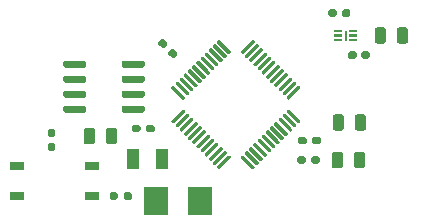
<source format=gbr>
%TF.GenerationSoftware,KiCad,Pcbnew,(5.1.10)-1*%
%TF.CreationDate,2022-11-03T02:13:26+01:00*%
%TF.ProjectId,can2usb,63616e32-7573-4622-9e6b-696361645f70,rev?*%
%TF.SameCoordinates,Original*%
%TF.FileFunction,Paste,Top*%
%TF.FilePolarity,Positive*%
%FSLAX46Y46*%
G04 Gerber Fmt 4.6, Leading zero omitted, Abs format (unit mm)*
G04 Created by KiCad (PCBNEW (5.1.10)-1) date 2022-11-03 02:13:26*
%MOMM*%
%LPD*%
G01*
G04 APERTURE LIST*
%ADD10C,0.010000*%
%ADD11R,1.000000X1.800000*%
%ADD12R,2.000000X2.400000*%
%ADD13R,1.200000X0.800000*%
G04 APERTURE END LIST*
D10*
%TO.C,U6*%
G36*
X144454000Y-76570000D02*
G01*
X144598000Y-76570000D01*
X144598000Y-77354000D01*
X144454000Y-77354000D01*
X144454000Y-76570000D01*
G37*
X144454000Y-76570000D02*
X144598000Y-76570000D01*
X144598000Y-77354000D01*
X144454000Y-77354000D01*
X144454000Y-76570000D01*
%TD*%
%TO.C,U6*%
G36*
G01*
X143576000Y-76656000D02*
X143576000Y-76468000D01*
G75*
G02*
X143582000Y-76462000I6000J0D01*
G01*
X144220000Y-76462000D01*
G75*
G02*
X144226000Y-76468000I0J-6000D01*
G01*
X144226000Y-76656000D01*
G75*
G02*
X144220000Y-76662000I-6000J0D01*
G01*
X143582000Y-76662000D01*
G75*
G02*
X143576000Y-76656000I0J6000D01*
G01*
G37*
G36*
G01*
X143576000Y-77056000D02*
X143576000Y-76868000D01*
G75*
G02*
X143582000Y-76862000I6000J0D01*
G01*
X144220000Y-76862000D01*
G75*
G02*
X144226000Y-76868000I0J-6000D01*
G01*
X144226000Y-77056000D01*
G75*
G02*
X144220000Y-77062000I-6000J0D01*
G01*
X143582000Y-77062000D01*
G75*
G02*
X143576000Y-77056000I0J6000D01*
G01*
G37*
G36*
G01*
X143576000Y-77456000D02*
X143576000Y-77268000D01*
G75*
G02*
X143582000Y-77262000I6000J0D01*
G01*
X144220000Y-77262000D01*
G75*
G02*
X144226000Y-77268000I0J-6000D01*
G01*
X144226000Y-77456000D01*
G75*
G02*
X144220000Y-77462000I-6000J0D01*
G01*
X143582000Y-77462000D01*
G75*
G02*
X143576000Y-77456000I0J6000D01*
G01*
G37*
G36*
G01*
X144826000Y-77456000D02*
X144826000Y-77268000D01*
G75*
G02*
X144832000Y-77262000I6000J0D01*
G01*
X145470000Y-77262000D01*
G75*
G02*
X145476000Y-77268000I0J-6000D01*
G01*
X145476000Y-77456000D01*
G75*
G02*
X145470000Y-77462000I-6000J0D01*
G01*
X144832000Y-77462000D01*
G75*
G02*
X144826000Y-77456000I0J6000D01*
G01*
G37*
G36*
G01*
X144826000Y-77056000D02*
X144826000Y-76868000D01*
G75*
G02*
X144832000Y-76862000I6000J0D01*
G01*
X145470000Y-76862000D01*
G75*
G02*
X145476000Y-76868000I0J-6000D01*
G01*
X145476000Y-77056000D01*
G75*
G02*
X145470000Y-77062000I-6000J0D01*
G01*
X144832000Y-77062000D01*
G75*
G02*
X144826000Y-77056000I0J6000D01*
G01*
G37*
G36*
G01*
X144826000Y-76656000D02*
X144826000Y-76468000D01*
G75*
G02*
X144832000Y-76462000I6000J0D01*
G01*
X145470000Y-76462000D01*
G75*
G02*
X145476000Y-76468000I0J-6000D01*
G01*
X145476000Y-76656000D01*
G75*
G02*
X145470000Y-76662000I-6000J0D01*
G01*
X144832000Y-76662000D01*
G75*
G02*
X144826000Y-76656000I0J6000D01*
G01*
G37*
%TD*%
D11*
%TO.C,Y2*%
X129032000Y-87376000D03*
X126532000Y-87376000D03*
%TD*%
D12*
%TO.C,Y1*%
X132207000Y-90932000D03*
X128507000Y-90932000D03*
%TD*%
%TO.C,U3*%
G36*
G01*
X122579000Y-83035000D02*
X122579000Y-83335000D01*
G75*
G02*
X122429000Y-83485000I-150000J0D01*
G01*
X120779000Y-83485000D01*
G75*
G02*
X120629000Y-83335000I0J150000D01*
G01*
X120629000Y-83035000D01*
G75*
G02*
X120779000Y-82885000I150000J0D01*
G01*
X122429000Y-82885000D01*
G75*
G02*
X122579000Y-83035000I0J-150000D01*
G01*
G37*
G36*
G01*
X122579000Y-81765000D02*
X122579000Y-82065000D01*
G75*
G02*
X122429000Y-82215000I-150000J0D01*
G01*
X120779000Y-82215000D01*
G75*
G02*
X120629000Y-82065000I0J150000D01*
G01*
X120629000Y-81765000D01*
G75*
G02*
X120779000Y-81615000I150000J0D01*
G01*
X122429000Y-81615000D01*
G75*
G02*
X122579000Y-81765000I0J-150000D01*
G01*
G37*
G36*
G01*
X122579000Y-80495000D02*
X122579000Y-80795000D01*
G75*
G02*
X122429000Y-80945000I-150000J0D01*
G01*
X120779000Y-80945000D01*
G75*
G02*
X120629000Y-80795000I0J150000D01*
G01*
X120629000Y-80495000D01*
G75*
G02*
X120779000Y-80345000I150000J0D01*
G01*
X122429000Y-80345000D01*
G75*
G02*
X122579000Y-80495000I0J-150000D01*
G01*
G37*
G36*
G01*
X122579000Y-79225000D02*
X122579000Y-79525000D01*
G75*
G02*
X122429000Y-79675000I-150000J0D01*
G01*
X120779000Y-79675000D01*
G75*
G02*
X120629000Y-79525000I0J150000D01*
G01*
X120629000Y-79225000D01*
G75*
G02*
X120779000Y-79075000I150000J0D01*
G01*
X122429000Y-79075000D01*
G75*
G02*
X122579000Y-79225000I0J-150000D01*
G01*
G37*
G36*
G01*
X127529000Y-79225000D02*
X127529000Y-79525000D01*
G75*
G02*
X127379000Y-79675000I-150000J0D01*
G01*
X125729000Y-79675000D01*
G75*
G02*
X125579000Y-79525000I0J150000D01*
G01*
X125579000Y-79225000D01*
G75*
G02*
X125729000Y-79075000I150000J0D01*
G01*
X127379000Y-79075000D01*
G75*
G02*
X127529000Y-79225000I0J-150000D01*
G01*
G37*
G36*
G01*
X127529000Y-80495000D02*
X127529000Y-80795000D01*
G75*
G02*
X127379000Y-80945000I-150000J0D01*
G01*
X125729000Y-80945000D01*
G75*
G02*
X125579000Y-80795000I0J150000D01*
G01*
X125579000Y-80495000D01*
G75*
G02*
X125729000Y-80345000I150000J0D01*
G01*
X127379000Y-80345000D01*
G75*
G02*
X127529000Y-80495000I0J-150000D01*
G01*
G37*
G36*
G01*
X127529000Y-81765000D02*
X127529000Y-82065000D01*
G75*
G02*
X127379000Y-82215000I-150000J0D01*
G01*
X125729000Y-82215000D01*
G75*
G02*
X125579000Y-82065000I0J150000D01*
G01*
X125579000Y-81765000D01*
G75*
G02*
X125729000Y-81615000I150000J0D01*
G01*
X127379000Y-81615000D01*
G75*
G02*
X127529000Y-81765000I0J-150000D01*
G01*
G37*
G36*
G01*
X127529000Y-83035000D02*
X127529000Y-83335000D01*
G75*
G02*
X127379000Y-83485000I-150000J0D01*
G01*
X125729000Y-83485000D01*
G75*
G02*
X125579000Y-83335000I0J150000D01*
G01*
X125579000Y-83035000D01*
G75*
G02*
X125729000Y-82885000I150000J0D01*
G01*
X127379000Y-82885000D01*
G75*
G02*
X127529000Y-83035000I0J-150000D01*
G01*
G37*
%TD*%
D13*
%TO.C,U2*%
X123038000Y-90551000D03*
X116738000Y-88011000D03*
X123038000Y-88011000D03*
X116738000Y-90551000D03*
%TD*%
%TO.C,U1*%
G36*
G01*
X130729516Y-82379736D02*
X129792600Y-81442820D01*
G75*
G02*
X129792600Y-81336754I53033J53033D01*
G01*
X129898666Y-81230688D01*
G75*
G02*
X130004732Y-81230688I53033J-53033D01*
G01*
X130941648Y-82167604D01*
G75*
G02*
X130941648Y-82273670I-53033J-53033D01*
G01*
X130835582Y-82379736D01*
G75*
G02*
X130729516Y-82379736I-53033J53033D01*
G01*
G37*
G36*
G01*
X131083070Y-82026182D02*
X130146154Y-81089266D01*
G75*
G02*
X130146154Y-80983200I53033J53033D01*
G01*
X130252220Y-80877134D01*
G75*
G02*
X130358286Y-80877134I53033J-53033D01*
G01*
X131295202Y-81814050D01*
G75*
G02*
X131295202Y-81920116I-53033J-53033D01*
G01*
X131189136Y-82026182D01*
G75*
G02*
X131083070Y-82026182I-53033J53033D01*
G01*
G37*
G36*
G01*
X131436623Y-81672629D02*
X130499707Y-80735713D01*
G75*
G02*
X130499707Y-80629647I53033J53033D01*
G01*
X130605773Y-80523581D01*
G75*
G02*
X130711839Y-80523581I53033J-53033D01*
G01*
X131648755Y-81460497D01*
G75*
G02*
X131648755Y-81566563I-53033J-53033D01*
G01*
X131542689Y-81672629D01*
G75*
G02*
X131436623Y-81672629I-53033J53033D01*
G01*
G37*
G36*
G01*
X131790177Y-81319075D02*
X130853261Y-80382159D01*
G75*
G02*
X130853261Y-80276093I53033J53033D01*
G01*
X130959327Y-80170027D01*
G75*
G02*
X131065393Y-80170027I53033J-53033D01*
G01*
X132002309Y-81106943D01*
G75*
G02*
X132002309Y-81213009I-53033J-53033D01*
G01*
X131896243Y-81319075D01*
G75*
G02*
X131790177Y-81319075I-53033J53033D01*
G01*
G37*
G36*
G01*
X132143730Y-80965522D02*
X131206814Y-80028606D01*
G75*
G02*
X131206814Y-79922540I53033J53033D01*
G01*
X131312880Y-79816474D01*
G75*
G02*
X131418946Y-79816474I53033J-53033D01*
G01*
X132355862Y-80753390D01*
G75*
G02*
X132355862Y-80859456I-53033J-53033D01*
G01*
X132249796Y-80965522D01*
G75*
G02*
X132143730Y-80965522I-53033J53033D01*
G01*
G37*
G36*
G01*
X132497283Y-80611969D02*
X131560367Y-79675053D01*
G75*
G02*
X131560367Y-79568987I53033J53033D01*
G01*
X131666433Y-79462921D01*
G75*
G02*
X131772499Y-79462921I53033J-53033D01*
G01*
X132709415Y-80399837D01*
G75*
G02*
X132709415Y-80505903I-53033J-53033D01*
G01*
X132603349Y-80611969D01*
G75*
G02*
X132497283Y-80611969I-53033J53033D01*
G01*
G37*
G36*
G01*
X132850837Y-80258415D02*
X131913921Y-79321499D01*
G75*
G02*
X131913921Y-79215433I53033J53033D01*
G01*
X132019987Y-79109367D01*
G75*
G02*
X132126053Y-79109367I53033J-53033D01*
G01*
X133062969Y-80046283D01*
G75*
G02*
X133062969Y-80152349I-53033J-53033D01*
G01*
X132956903Y-80258415D01*
G75*
G02*
X132850837Y-80258415I-53033J53033D01*
G01*
G37*
G36*
G01*
X133204390Y-79904862D02*
X132267474Y-78967946D01*
G75*
G02*
X132267474Y-78861880I53033J53033D01*
G01*
X132373540Y-78755814D01*
G75*
G02*
X132479606Y-78755814I53033J-53033D01*
G01*
X133416522Y-79692730D01*
G75*
G02*
X133416522Y-79798796I-53033J-53033D01*
G01*
X133310456Y-79904862D01*
G75*
G02*
X133204390Y-79904862I-53033J53033D01*
G01*
G37*
G36*
G01*
X133557943Y-79551309D02*
X132621027Y-78614393D01*
G75*
G02*
X132621027Y-78508327I53033J53033D01*
G01*
X132727093Y-78402261D01*
G75*
G02*
X132833159Y-78402261I53033J-53033D01*
G01*
X133770075Y-79339177D01*
G75*
G02*
X133770075Y-79445243I-53033J-53033D01*
G01*
X133664009Y-79551309D01*
G75*
G02*
X133557943Y-79551309I-53033J53033D01*
G01*
G37*
G36*
G01*
X133911497Y-79197755D02*
X132974581Y-78260839D01*
G75*
G02*
X132974581Y-78154773I53033J53033D01*
G01*
X133080647Y-78048707D01*
G75*
G02*
X133186713Y-78048707I53033J-53033D01*
G01*
X134123629Y-78985623D01*
G75*
G02*
X134123629Y-79091689I-53033J-53033D01*
G01*
X134017563Y-79197755D01*
G75*
G02*
X133911497Y-79197755I-53033J53033D01*
G01*
G37*
G36*
G01*
X134265050Y-78844202D02*
X133328134Y-77907286D01*
G75*
G02*
X133328134Y-77801220I53033J53033D01*
G01*
X133434200Y-77695154D01*
G75*
G02*
X133540266Y-77695154I53033J-53033D01*
G01*
X134477182Y-78632070D01*
G75*
G02*
X134477182Y-78738136I-53033J-53033D01*
G01*
X134371116Y-78844202D01*
G75*
G02*
X134265050Y-78844202I-53033J53033D01*
G01*
G37*
G36*
G01*
X134618604Y-78490648D02*
X133681688Y-77553732D01*
G75*
G02*
X133681688Y-77447666I53033J53033D01*
G01*
X133787754Y-77341600D01*
G75*
G02*
X133893820Y-77341600I53033J-53033D01*
G01*
X134830736Y-78278516D01*
G75*
G02*
X134830736Y-78384582I-53033J-53033D01*
G01*
X134724670Y-78490648D01*
G75*
G02*
X134618604Y-78490648I-53033J53033D01*
G01*
G37*
G36*
G01*
X135785330Y-78490648D02*
X135679264Y-78384582D01*
G75*
G02*
X135679264Y-78278516I53033J53033D01*
G01*
X136616180Y-77341600D01*
G75*
G02*
X136722246Y-77341600I53033J-53033D01*
G01*
X136828312Y-77447666D01*
G75*
G02*
X136828312Y-77553732I-53033J-53033D01*
G01*
X135891396Y-78490648D01*
G75*
G02*
X135785330Y-78490648I-53033J53033D01*
G01*
G37*
G36*
G01*
X136138884Y-78844202D02*
X136032818Y-78738136D01*
G75*
G02*
X136032818Y-78632070I53033J53033D01*
G01*
X136969734Y-77695154D01*
G75*
G02*
X137075800Y-77695154I53033J-53033D01*
G01*
X137181866Y-77801220D01*
G75*
G02*
X137181866Y-77907286I-53033J-53033D01*
G01*
X136244950Y-78844202D01*
G75*
G02*
X136138884Y-78844202I-53033J53033D01*
G01*
G37*
G36*
G01*
X136492437Y-79197755D02*
X136386371Y-79091689D01*
G75*
G02*
X136386371Y-78985623I53033J53033D01*
G01*
X137323287Y-78048707D01*
G75*
G02*
X137429353Y-78048707I53033J-53033D01*
G01*
X137535419Y-78154773D01*
G75*
G02*
X137535419Y-78260839I-53033J-53033D01*
G01*
X136598503Y-79197755D01*
G75*
G02*
X136492437Y-79197755I-53033J53033D01*
G01*
G37*
G36*
G01*
X136845991Y-79551309D02*
X136739925Y-79445243D01*
G75*
G02*
X136739925Y-79339177I53033J53033D01*
G01*
X137676841Y-78402261D01*
G75*
G02*
X137782907Y-78402261I53033J-53033D01*
G01*
X137888973Y-78508327D01*
G75*
G02*
X137888973Y-78614393I-53033J-53033D01*
G01*
X136952057Y-79551309D01*
G75*
G02*
X136845991Y-79551309I-53033J53033D01*
G01*
G37*
G36*
G01*
X137199544Y-79904862D02*
X137093478Y-79798796D01*
G75*
G02*
X137093478Y-79692730I53033J53033D01*
G01*
X138030394Y-78755814D01*
G75*
G02*
X138136460Y-78755814I53033J-53033D01*
G01*
X138242526Y-78861880D01*
G75*
G02*
X138242526Y-78967946I-53033J-53033D01*
G01*
X137305610Y-79904862D01*
G75*
G02*
X137199544Y-79904862I-53033J53033D01*
G01*
G37*
G36*
G01*
X137553097Y-80258415D02*
X137447031Y-80152349D01*
G75*
G02*
X137447031Y-80046283I53033J53033D01*
G01*
X138383947Y-79109367D01*
G75*
G02*
X138490013Y-79109367I53033J-53033D01*
G01*
X138596079Y-79215433D01*
G75*
G02*
X138596079Y-79321499I-53033J-53033D01*
G01*
X137659163Y-80258415D01*
G75*
G02*
X137553097Y-80258415I-53033J53033D01*
G01*
G37*
G36*
G01*
X137906651Y-80611969D02*
X137800585Y-80505903D01*
G75*
G02*
X137800585Y-80399837I53033J53033D01*
G01*
X138737501Y-79462921D01*
G75*
G02*
X138843567Y-79462921I53033J-53033D01*
G01*
X138949633Y-79568987D01*
G75*
G02*
X138949633Y-79675053I-53033J-53033D01*
G01*
X138012717Y-80611969D01*
G75*
G02*
X137906651Y-80611969I-53033J53033D01*
G01*
G37*
G36*
G01*
X138260204Y-80965522D02*
X138154138Y-80859456D01*
G75*
G02*
X138154138Y-80753390I53033J53033D01*
G01*
X139091054Y-79816474D01*
G75*
G02*
X139197120Y-79816474I53033J-53033D01*
G01*
X139303186Y-79922540D01*
G75*
G02*
X139303186Y-80028606I-53033J-53033D01*
G01*
X138366270Y-80965522D01*
G75*
G02*
X138260204Y-80965522I-53033J53033D01*
G01*
G37*
G36*
G01*
X138613757Y-81319075D02*
X138507691Y-81213009D01*
G75*
G02*
X138507691Y-81106943I53033J53033D01*
G01*
X139444607Y-80170027D01*
G75*
G02*
X139550673Y-80170027I53033J-53033D01*
G01*
X139656739Y-80276093D01*
G75*
G02*
X139656739Y-80382159I-53033J-53033D01*
G01*
X138719823Y-81319075D01*
G75*
G02*
X138613757Y-81319075I-53033J53033D01*
G01*
G37*
G36*
G01*
X138967311Y-81672629D02*
X138861245Y-81566563D01*
G75*
G02*
X138861245Y-81460497I53033J53033D01*
G01*
X139798161Y-80523581D01*
G75*
G02*
X139904227Y-80523581I53033J-53033D01*
G01*
X140010293Y-80629647D01*
G75*
G02*
X140010293Y-80735713I-53033J-53033D01*
G01*
X139073377Y-81672629D01*
G75*
G02*
X138967311Y-81672629I-53033J53033D01*
G01*
G37*
G36*
G01*
X139320864Y-82026182D02*
X139214798Y-81920116D01*
G75*
G02*
X139214798Y-81814050I53033J53033D01*
G01*
X140151714Y-80877134D01*
G75*
G02*
X140257780Y-80877134I53033J-53033D01*
G01*
X140363846Y-80983200D01*
G75*
G02*
X140363846Y-81089266I-53033J-53033D01*
G01*
X139426930Y-82026182D01*
G75*
G02*
X139320864Y-82026182I-53033J53033D01*
G01*
G37*
G36*
G01*
X139674418Y-82379736D02*
X139568352Y-82273670D01*
G75*
G02*
X139568352Y-82167604I53033J53033D01*
G01*
X140505268Y-81230688D01*
G75*
G02*
X140611334Y-81230688I53033J-53033D01*
G01*
X140717400Y-81336754D01*
G75*
G02*
X140717400Y-81442820I-53033J-53033D01*
G01*
X139780484Y-82379736D01*
G75*
G02*
X139674418Y-82379736I-53033J53033D01*
G01*
G37*
G36*
G01*
X140505268Y-84377312D02*
X139568352Y-83440396D01*
G75*
G02*
X139568352Y-83334330I53033J53033D01*
G01*
X139674418Y-83228264D01*
G75*
G02*
X139780484Y-83228264I53033J-53033D01*
G01*
X140717400Y-84165180D01*
G75*
G02*
X140717400Y-84271246I-53033J-53033D01*
G01*
X140611334Y-84377312D01*
G75*
G02*
X140505268Y-84377312I-53033J53033D01*
G01*
G37*
G36*
G01*
X140151714Y-84730866D02*
X139214798Y-83793950D01*
G75*
G02*
X139214798Y-83687884I53033J53033D01*
G01*
X139320864Y-83581818D01*
G75*
G02*
X139426930Y-83581818I53033J-53033D01*
G01*
X140363846Y-84518734D01*
G75*
G02*
X140363846Y-84624800I-53033J-53033D01*
G01*
X140257780Y-84730866D01*
G75*
G02*
X140151714Y-84730866I-53033J53033D01*
G01*
G37*
G36*
G01*
X139798161Y-85084419D02*
X138861245Y-84147503D01*
G75*
G02*
X138861245Y-84041437I53033J53033D01*
G01*
X138967311Y-83935371D01*
G75*
G02*
X139073377Y-83935371I53033J-53033D01*
G01*
X140010293Y-84872287D01*
G75*
G02*
X140010293Y-84978353I-53033J-53033D01*
G01*
X139904227Y-85084419D01*
G75*
G02*
X139798161Y-85084419I-53033J53033D01*
G01*
G37*
G36*
G01*
X139444607Y-85437973D02*
X138507691Y-84501057D01*
G75*
G02*
X138507691Y-84394991I53033J53033D01*
G01*
X138613757Y-84288925D01*
G75*
G02*
X138719823Y-84288925I53033J-53033D01*
G01*
X139656739Y-85225841D01*
G75*
G02*
X139656739Y-85331907I-53033J-53033D01*
G01*
X139550673Y-85437973D01*
G75*
G02*
X139444607Y-85437973I-53033J53033D01*
G01*
G37*
G36*
G01*
X139091054Y-85791526D02*
X138154138Y-84854610D01*
G75*
G02*
X138154138Y-84748544I53033J53033D01*
G01*
X138260204Y-84642478D01*
G75*
G02*
X138366270Y-84642478I53033J-53033D01*
G01*
X139303186Y-85579394D01*
G75*
G02*
X139303186Y-85685460I-53033J-53033D01*
G01*
X139197120Y-85791526D01*
G75*
G02*
X139091054Y-85791526I-53033J53033D01*
G01*
G37*
G36*
G01*
X138737501Y-86145079D02*
X137800585Y-85208163D01*
G75*
G02*
X137800585Y-85102097I53033J53033D01*
G01*
X137906651Y-84996031D01*
G75*
G02*
X138012717Y-84996031I53033J-53033D01*
G01*
X138949633Y-85932947D01*
G75*
G02*
X138949633Y-86039013I-53033J-53033D01*
G01*
X138843567Y-86145079D01*
G75*
G02*
X138737501Y-86145079I-53033J53033D01*
G01*
G37*
G36*
G01*
X138383947Y-86498633D02*
X137447031Y-85561717D01*
G75*
G02*
X137447031Y-85455651I53033J53033D01*
G01*
X137553097Y-85349585D01*
G75*
G02*
X137659163Y-85349585I53033J-53033D01*
G01*
X138596079Y-86286501D01*
G75*
G02*
X138596079Y-86392567I-53033J-53033D01*
G01*
X138490013Y-86498633D01*
G75*
G02*
X138383947Y-86498633I-53033J53033D01*
G01*
G37*
G36*
G01*
X138030394Y-86852186D02*
X137093478Y-85915270D01*
G75*
G02*
X137093478Y-85809204I53033J53033D01*
G01*
X137199544Y-85703138D01*
G75*
G02*
X137305610Y-85703138I53033J-53033D01*
G01*
X138242526Y-86640054D01*
G75*
G02*
X138242526Y-86746120I-53033J-53033D01*
G01*
X138136460Y-86852186D01*
G75*
G02*
X138030394Y-86852186I-53033J53033D01*
G01*
G37*
G36*
G01*
X137676841Y-87205739D02*
X136739925Y-86268823D01*
G75*
G02*
X136739925Y-86162757I53033J53033D01*
G01*
X136845991Y-86056691D01*
G75*
G02*
X136952057Y-86056691I53033J-53033D01*
G01*
X137888973Y-86993607D01*
G75*
G02*
X137888973Y-87099673I-53033J-53033D01*
G01*
X137782907Y-87205739D01*
G75*
G02*
X137676841Y-87205739I-53033J53033D01*
G01*
G37*
G36*
G01*
X137323287Y-87559293D02*
X136386371Y-86622377D01*
G75*
G02*
X136386371Y-86516311I53033J53033D01*
G01*
X136492437Y-86410245D01*
G75*
G02*
X136598503Y-86410245I53033J-53033D01*
G01*
X137535419Y-87347161D01*
G75*
G02*
X137535419Y-87453227I-53033J-53033D01*
G01*
X137429353Y-87559293D01*
G75*
G02*
X137323287Y-87559293I-53033J53033D01*
G01*
G37*
G36*
G01*
X136969734Y-87912846D02*
X136032818Y-86975930D01*
G75*
G02*
X136032818Y-86869864I53033J53033D01*
G01*
X136138884Y-86763798D01*
G75*
G02*
X136244950Y-86763798I53033J-53033D01*
G01*
X137181866Y-87700714D01*
G75*
G02*
X137181866Y-87806780I-53033J-53033D01*
G01*
X137075800Y-87912846D01*
G75*
G02*
X136969734Y-87912846I-53033J53033D01*
G01*
G37*
G36*
G01*
X136616180Y-88266400D02*
X135679264Y-87329484D01*
G75*
G02*
X135679264Y-87223418I53033J53033D01*
G01*
X135785330Y-87117352D01*
G75*
G02*
X135891396Y-87117352I53033J-53033D01*
G01*
X136828312Y-88054268D01*
G75*
G02*
X136828312Y-88160334I-53033J-53033D01*
G01*
X136722246Y-88266400D01*
G75*
G02*
X136616180Y-88266400I-53033J53033D01*
G01*
G37*
G36*
G01*
X133787754Y-88266400D02*
X133681688Y-88160334D01*
G75*
G02*
X133681688Y-88054268I53033J53033D01*
G01*
X134618604Y-87117352D01*
G75*
G02*
X134724670Y-87117352I53033J-53033D01*
G01*
X134830736Y-87223418D01*
G75*
G02*
X134830736Y-87329484I-53033J-53033D01*
G01*
X133893820Y-88266400D01*
G75*
G02*
X133787754Y-88266400I-53033J53033D01*
G01*
G37*
G36*
G01*
X133434200Y-87912846D02*
X133328134Y-87806780D01*
G75*
G02*
X133328134Y-87700714I53033J53033D01*
G01*
X134265050Y-86763798D01*
G75*
G02*
X134371116Y-86763798I53033J-53033D01*
G01*
X134477182Y-86869864D01*
G75*
G02*
X134477182Y-86975930I-53033J-53033D01*
G01*
X133540266Y-87912846D01*
G75*
G02*
X133434200Y-87912846I-53033J53033D01*
G01*
G37*
G36*
G01*
X133080647Y-87559293D02*
X132974581Y-87453227D01*
G75*
G02*
X132974581Y-87347161I53033J53033D01*
G01*
X133911497Y-86410245D01*
G75*
G02*
X134017563Y-86410245I53033J-53033D01*
G01*
X134123629Y-86516311D01*
G75*
G02*
X134123629Y-86622377I-53033J-53033D01*
G01*
X133186713Y-87559293D01*
G75*
G02*
X133080647Y-87559293I-53033J53033D01*
G01*
G37*
G36*
G01*
X132727093Y-87205739D02*
X132621027Y-87099673D01*
G75*
G02*
X132621027Y-86993607I53033J53033D01*
G01*
X133557943Y-86056691D01*
G75*
G02*
X133664009Y-86056691I53033J-53033D01*
G01*
X133770075Y-86162757D01*
G75*
G02*
X133770075Y-86268823I-53033J-53033D01*
G01*
X132833159Y-87205739D01*
G75*
G02*
X132727093Y-87205739I-53033J53033D01*
G01*
G37*
G36*
G01*
X132373540Y-86852186D02*
X132267474Y-86746120D01*
G75*
G02*
X132267474Y-86640054I53033J53033D01*
G01*
X133204390Y-85703138D01*
G75*
G02*
X133310456Y-85703138I53033J-53033D01*
G01*
X133416522Y-85809204D01*
G75*
G02*
X133416522Y-85915270I-53033J-53033D01*
G01*
X132479606Y-86852186D01*
G75*
G02*
X132373540Y-86852186I-53033J53033D01*
G01*
G37*
G36*
G01*
X132019987Y-86498633D02*
X131913921Y-86392567D01*
G75*
G02*
X131913921Y-86286501I53033J53033D01*
G01*
X132850837Y-85349585D01*
G75*
G02*
X132956903Y-85349585I53033J-53033D01*
G01*
X133062969Y-85455651D01*
G75*
G02*
X133062969Y-85561717I-53033J-53033D01*
G01*
X132126053Y-86498633D01*
G75*
G02*
X132019987Y-86498633I-53033J53033D01*
G01*
G37*
G36*
G01*
X131666433Y-86145079D02*
X131560367Y-86039013D01*
G75*
G02*
X131560367Y-85932947I53033J53033D01*
G01*
X132497283Y-84996031D01*
G75*
G02*
X132603349Y-84996031I53033J-53033D01*
G01*
X132709415Y-85102097D01*
G75*
G02*
X132709415Y-85208163I-53033J-53033D01*
G01*
X131772499Y-86145079D01*
G75*
G02*
X131666433Y-86145079I-53033J53033D01*
G01*
G37*
G36*
G01*
X131312880Y-85791526D02*
X131206814Y-85685460D01*
G75*
G02*
X131206814Y-85579394I53033J53033D01*
G01*
X132143730Y-84642478D01*
G75*
G02*
X132249796Y-84642478I53033J-53033D01*
G01*
X132355862Y-84748544D01*
G75*
G02*
X132355862Y-84854610I-53033J-53033D01*
G01*
X131418946Y-85791526D01*
G75*
G02*
X131312880Y-85791526I-53033J53033D01*
G01*
G37*
G36*
G01*
X130959327Y-85437973D02*
X130853261Y-85331907D01*
G75*
G02*
X130853261Y-85225841I53033J53033D01*
G01*
X131790177Y-84288925D01*
G75*
G02*
X131896243Y-84288925I53033J-53033D01*
G01*
X132002309Y-84394991D01*
G75*
G02*
X132002309Y-84501057I-53033J-53033D01*
G01*
X131065393Y-85437973D01*
G75*
G02*
X130959327Y-85437973I-53033J53033D01*
G01*
G37*
G36*
G01*
X130605773Y-85084419D02*
X130499707Y-84978353D01*
G75*
G02*
X130499707Y-84872287I53033J53033D01*
G01*
X131436623Y-83935371D01*
G75*
G02*
X131542689Y-83935371I53033J-53033D01*
G01*
X131648755Y-84041437D01*
G75*
G02*
X131648755Y-84147503I-53033J-53033D01*
G01*
X130711839Y-85084419D01*
G75*
G02*
X130605773Y-85084419I-53033J53033D01*
G01*
G37*
G36*
G01*
X130252220Y-84730866D02*
X130146154Y-84624800D01*
G75*
G02*
X130146154Y-84518734I53033J53033D01*
G01*
X131083070Y-83581818D01*
G75*
G02*
X131189136Y-83581818I53033J-53033D01*
G01*
X131295202Y-83687884D01*
G75*
G02*
X131295202Y-83793950I-53033J-53033D01*
G01*
X130358286Y-84730866D01*
G75*
G02*
X130252220Y-84730866I-53033J53033D01*
G01*
G37*
G36*
G01*
X129898666Y-84377312D02*
X129792600Y-84271246D01*
G75*
G02*
X129792600Y-84165180I53033J53033D01*
G01*
X130729516Y-83228264D01*
G75*
G02*
X130835582Y-83228264I53033J-53033D01*
G01*
X130941648Y-83334330D01*
G75*
G02*
X130941648Y-83440396I-53033J-53033D01*
G01*
X130004732Y-84377312D01*
G75*
G02*
X129898666Y-84377312I-53033J53033D01*
G01*
G37*
%TD*%
%TO.C,CAN_T*%
G36*
G01*
X119474000Y-86054500D02*
X119794000Y-86054500D01*
G75*
G02*
X119954000Y-86214500I0J-160000D01*
G01*
X119954000Y-86609500D01*
G75*
G02*
X119794000Y-86769500I-160000J0D01*
G01*
X119474000Y-86769500D01*
G75*
G02*
X119314000Y-86609500I0J160000D01*
G01*
X119314000Y-86214500D01*
G75*
G02*
X119474000Y-86054500I160000J0D01*
G01*
G37*
G36*
G01*
X119474000Y-84859500D02*
X119794000Y-84859500D01*
G75*
G02*
X119954000Y-85019500I0J-160000D01*
G01*
X119954000Y-85414500D01*
G75*
G02*
X119794000Y-85574500I-160000J0D01*
G01*
X119474000Y-85574500D01*
G75*
G02*
X119314000Y-85414500I0J160000D01*
G01*
X119314000Y-85019500D01*
G75*
G02*
X119474000Y-84859500I160000J0D01*
G01*
G37*
%TD*%
%TO.C,R8*%
G36*
G01*
X129419932Y-77758658D02*
X129193658Y-77984932D01*
G75*
G02*
X128967384Y-77984932I-113137J113137D01*
G01*
X128688076Y-77705624D01*
G75*
G02*
X128688076Y-77479350I113137J113137D01*
G01*
X128914350Y-77253076D01*
G75*
G02*
X129140624Y-77253076I113137J-113137D01*
G01*
X129419932Y-77532384D01*
G75*
G02*
X129419932Y-77758658I-113137J-113137D01*
G01*
G37*
G36*
G01*
X130264924Y-78603650D02*
X130038650Y-78829924D01*
G75*
G02*
X129812376Y-78829924I-113137J113137D01*
G01*
X129533068Y-78550616D01*
G75*
G02*
X129533068Y-78324342I113137J113137D01*
G01*
X129759342Y-78098068D01*
G75*
G02*
X129985616Y-78098068I113137J-113137D01*
G01*
X130264924Y-78377376D01*
G75*
G02*
X130264924Y-78603650I-113137J-113137D01*
G01*
G37*
%TD*%
%TO.C,R5*%
G36*
G01*
X125273500Y-90391000D02*
X125273500Y-90711000D01*
G75*
G02*
X125113500Y-90871000I-160000J0D01*
G01*
X124718500Y-90871000D01*
G75*
G02*
X124558500Y-90711000I0J160000D01*
G01*
X124558500Y-90391000D01*
G75*
G02*
X124718500Y-90231000I160000J0D01*
G01*
X125113500Y-90231000D01*
G75*
G02*
X125273500Y-90391000I0J-160000D01*
G01*
G37*
G36*
G01*
X126468500Y-90391000D02*
X126468500Y-90711000D01*
G75*
G02*
X126308500Y-90871000I-160000J0D01*
G01*
X125913500Y-90871000D01*
G75*
G02*
X125753500Y-90711000I0J160000D01*
G01*
X125753500Y-90391000D01*
G75*
G02*
X125913500Y-90231000I160000J0D01*
G01*
X126308500Y-90231000D01*
G75*
G02*
X126468500Y-90391000I0J-160000D01*
G01*
G37*
%TD*%
%TO.C,R4*%
G36*
G01*
X127658500Y-84996000D02*
X127658500Y-84676000D01*
G75*
G02*
X127818500Y-84516000I160000J0D01*
G01*
X128213500Y-84516000D01*
G75*
G02*
X128373500Y-84676000I0J-160000D01*
G01*
X128373500Y-84996000D01*
G75*
G02*
X128213500Y-85156000I-160000J0D01*
G01*
X127818500Y-85156000D01*
G75*
G02*
X127658500Y-84996000I0J160000D01*
G01*
G37*
G36*
G01*
X126463500Y-84996000D02*
X126463500Y-84676000D01*
G75*
G02*
X126623500Y-84516000I160000J0D01*
G01*
X127018500Y-84516000D01*
G75*
G02*
X127178500Y-84676000I0J-160000D01*
G01*
X127178500Y-84996000D01*
G75*
G02*
X127018500Y-85156000I-160000J0D01*
G01*
X126623500Y-85156000D01*
G75*
G02*
X126463500Y-84996000I0J160000D01*
G01*
G37*
%TD*%
%TO.C,R3*%
G36*
G01*
X141238000Y-85692000D02*
X141238000Y-86012000D01*
G75*
G02*
X141078000Y-86172000I-160000J0D01*
G01*
X140683000Y-86172000D01*
G75*
G02*
X140523000Y-86012000I0J160000D01*
G01*
X140523000Y-85692000D01*
G75*
G02*
X140683000Y-85532000I160000J0D01*
G01*
X141078000Y-85532000D01*
G75*
G02*
X141238000Y-85692000I0J-160000D01*
G01*
G37*
G36*
G01*
X142433000Y-85692000D02*
X142433000Y-86012000D01*
G75*
G02*
X142273000Y-86172000I-160000J0D01*
G01*
X141878000Y-86172000D01*
G75*
G02*
X141718000Y-86012000I0J160000D01*
G01*
X141718000Y-85692000D01*
G75*
G02*
X141878000Y-85532000I160000J0D01*
G01*
X142273000Y-85532000D01*
G75*
G02*
X142433000Y-85692000I0J-160000D01*
G01*
G37*
%TD*%
%TO.C,R2*%
G36*
G01*
X141148500Y-87343000D02*
X141148500Y-87663000D01*
G75*
G02*
X140988500Y-87823000I-160000J0D01*
G01*
X140593500Y-87823000D01*
G75*
G02*
X140433500Y-87663000I0J160000D01*
G01*
X140433500Y-87343000D01*
G75*
G02*
X140593500Y-87183000I160000J0D01*
G01*
X140988500Y-87183000D01*
G75*
G02*
X141148500Y-87343000I0J-160000D01*
G01*
G37*
G36*
G01*
X142343500Y-87343000D02*
X142343500Y-87663000D01*
G75*
G02*
X142183500Y-87823000I-160000J0D01*
G01*
X141788500Y-87823000D01*
G75*
G02*
X141628500Y-87663000I0J160000D01*
G01*
X141628500Y-87343000D01*
G75*
G02*
X141788500Y-87183000I160000J0D01*
G01*
X142183500Y-87183000D01*
G75*
G02*
X142343500Y-87343000I0J-160000D01*
G01*
G37*
%TD*%
%TO.C,F1*%
G36*
G01*
X147964500Y-76505750D02*
X147964500Y-77418250D01*
G75*
G02*
X147720750Y-77662000I-243750J0D01*
G01*
X147233250Y-77662000D01*
G75*
G02*
X146989500Y-77418250I0J243750D01*
G01*
X146989500Y-76505750D01*
G75*
G02*
X147233250Y-76262000I243750J0D01*
G01*
X147720750Y-76262000D01*
G75*
G02*
X147964500Y-76505750I0J-243750D01*
G01*
G37*
G36*
G01*
X149839500Y-76505750D02*
X149839500Y-77418250D01*
G75*
G02*
X149595750Y-77662000I-243750J0D01*
G01*
X149108250Y-77662000D01*
G75*
G02*
X148864500Y-77418250I0J243750D01*
G01*
X148864500Y-76505750D01*
G75*
G02*
X149108250Y-76262000I243750J0D01*
G01*
X149595750Y-76262000D01*
G75*
G02*
X149839500Y-76505750I0J-243750D01*
G01*
G37*
%TD*%
%TO.C,D3*%
G36*
G01*
X123326500Y-85014750D02*
X123326500Y-85927250D01*
G75*
G02*
X123082750Y-86171000I-243750J0D01*
G01*
X122595250Y-86171000D01*
G75*
G02*
X122351500Y-85927250I0J243750D01*
G01*
X122351500Y-85014750D01*
G75*
G02*
X122595250Y-84771000I243750J0D01*
G01*
X123082750Y-84771000D01*
G75*
G02*
X123326500Y-85014750I0J-243750D01*
G01*
G37*
G36*
G01*
X125201500Y-85014750D02*
X125201500Y-85927250D01*
G75*
G02*
X124957750Y-86171000I-243750J0D01*
G01*
X124470250Y-86171000D01*
G75*
G02*
X124226500Y-85927250I0J243750D01*
G01*
X124226500Y-85014750D01*
G75*
G02*
X124470250Y-84771000I243750J0D01*
G01*
X124957750Y-84771000D01*
G75*
G02*
X125201500Y-85014750I0J-243750D01*
G01*
G37*
%TD*%
%TO.C,D2*%
G36*
G01*
X145308500Y-84784250D02*
X145308500Y-83871750D01*
G75*
G02*
X145552250Y-83628000I243750J0D01*
G01*
X146039750Y-83628000D01*
G75*
G02*
X146283500Y-83871750I0J-243750D01*
G01*
X146283500Y-84784250D01*
G75*
G02*
X146039750Y-85028000I-243750J0D01*
G01*
X145552250Y-85028000D01*
G75*
G02*
X145308500Y-84784250I0J243750D01*
G01*
G37*
G36*
G01*
X143433500Y-84784250D02*
X143433500Y-83871750D01*
G75*
G02*
X143677250Y-83628000I243750J0D01*
G01*
X144164750Y-83628000D01*
G75*
G02*
X144408500Y-83871750I0J-243750D01*
G01*
X144408500Y-84784250D01*
G75*
G02*
X144164750Y-85028000I-243750J0D01*
G01*
X143677250Y-85028000D01*
G75*
G02*
X143433500Y-84784250I0J243750D01*
G01*
G37*
%TD*%
%TO.C,D1*%
G36*
G01*
X145230000Y-87959250D02*
X145230000Y-87046750D01*
G75*
G02*
X145473750Y-86803000I243750J0D01*
G01*
X145961250Y-86803000D01*
G75*
G02*
X146205000Y-87046750I0J-243750D01*
G01*
X146205000Y-87959250D01*
G75*
G02*
X145961250Y-88203000I-243750J0D01*
G01*
X145473750Y-88203000D01*
G75*
G02*
X145230000Y-87959250I0J243750D01*
G01*
G37*
G36*
G01*
X143355000Y-87959250D02*
X143355000Y-87046750D01*
G75*
G02*
X143598750Y-86803000I243750J0D01*
G01*
X144086250Y-86803000D01*
G75*
G02*
X144330000Y-87046750I0J-243750D01*
G01*
X144330000Y-87959250D01*
G75*
G02*
X144086250Y-88203000I-243750J0D01*
G01*
X143598750Y-88203000D01*
G75*
G02*
X143355000Y-87959250I0J243750D01*
G01*
G37*
%TD*%
%TO.C,C10*%
G36*
G01*
X143818000Y-74902000D02*
X143818000Y-75212000D01*
G75*
G02*
X143663000Y-75367000I-155000J0D01*
G01*
X143238000Y-75367000D01*
G75*
G02*
X143083000Y-75212000I0J155000D01*
G01*
X143083000Y-74902000D01*
G75*
G02*
X143238000Y-74747000I155000J0D01*
G01*
X143663000Y-74747000D01*
G75*
G02*
X143818000Y-74902000I0J-155000D01*
G01*
G37*
G36*
G01*
X144953000Y-74902000D02*
X144953000Y-75212000D01*
G75*
G02*
X144798000Y-75367000I-155000J0D01*
G01*
X144373000Y-75367000D01*
G75*
G02*
X144218000Y-75212000I0J155000D01*
G01*
X144218000Y-74902000D01*
G75*
G02*
X144373000Y-74747000I155000J0D01*
G01*
X144798000Y-74747000D01*
G75*
G02*
X144953000Y-74902000I0J-155000D01*
G01*
G37*
%TD*%
%TO.C,C9*%
G36*
G01*
X145869000Y-78768000D02*
X145869000Y-78458000D01*
G75*
G02*
X146024000Y-78303000I155000J0D01*
G01*
X146449000Y-78303000D01*
G75*
G02*
X146604000Y-78458000I0J-155000D01*
G01*
X146604000Y-78768000D01*
G75*
G02*
X146449000Y-78923000I-155000J0D01*
G01*
X146024000Y-78923000D01*
G75*
G02*
X145869000Y-78768000I0J155000D01*
G01*
G37*
G36*
G01*
X144734000Y-78768000D02*
X144734000Y-78458000D01*
G75*
G02*
X144889000Y-78303000I155000J0D01*
G01*
X145314000Y-78303000D01*
G75*
G02*
X145469000Y-78458000I0J-155000D01*
G01*
X145469000Y-78768000D01*
G75*
G02*
X145314000Y-78923000I-155000J0D01*
G01*
X144889000Y-78923000D01*
G75*
G02*
X144734000Y-78768000I0J155000D01*
G01*
G37*
%TD*%
M02*

</source>
